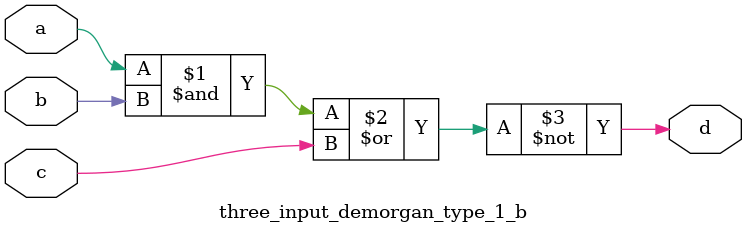
<source format=v>
`timescale 1ns / 1ps


module three_input_demorgan_type_1_b(
    input a,
    input b,
    input c,
    output d
);

assign d = ~((a & b) | c );

endmodule

</source>
